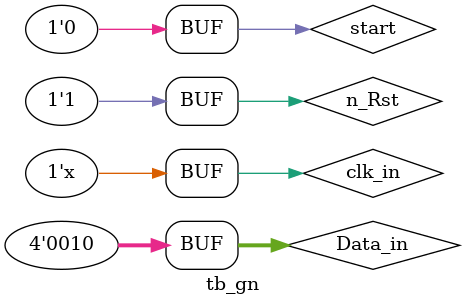
<source format=v>
`timescale 1ns / 1ps
`include "getnum.v"

module tb_gn();

    reg clk_in;
    reg n_Rst;
    reg start;
    reg [3:0]Data_in;

    wire [8:0]num0;
    wire [8:0]num1;
    wire [8:0]num2;
    wire [8:0]num3;
    wire [8:0]num4;
    wire [8:0]num5;
    wire [8:0]num6;
    wire [8:0]num7;
    wire [8:0]num8;
    wire [8:0]num9;

    getnum uut(
        .Clk_in(clk_in),
        .nRst(n_Rst),
        .Start(start),
        .Data_in(Data_in),
        .Num0(num0),
        .Num1(num1),
        .Num2(num2),
        .Num3(num3),
        .Num4(num4),
        .Num5(num5),
        .Num6(num6),
        .Num7(num7),
        .Num8(num8),
        .Num9(num9)
    );

    initial begin
        clk_in = 0;
        n_Rst = 0;
        Data_in = 0;
        start = 0;

        #500;
        n_Rst = 1;

        start = 1;
        #200;
        start = 0;

        Data_in = 4'b1000;
        #10 Data_in = 4'b1001;
        #10 Data_in = 4'b1001;
        #10 Data_in = 4'b0111;
        #10 Data_in = 4'b0110;
        #20 Data_in = 4'b0101;
        #30 Data_in = 4'b0100;
        #40 Data_in = 4'b0011;
        #50 Data_in = 4'b0010;
//        #10 Data_in = 4'b1111;

    end

    always #5 clk_in = ~clk_in;

endmodule
</source>
